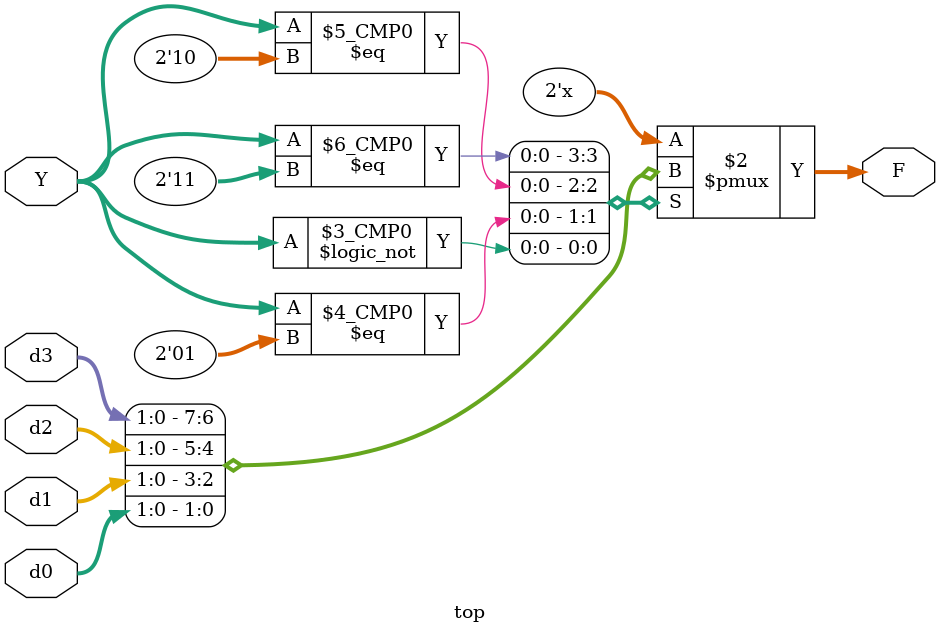
<source format=v>
module top(
    input       [1:0] d0,          	//输入: 四个2位二进制
    input  		[1:0] d1,
    input  		[1:0] d2,
    input  		[1:0] d3,
    input  		[1:0] Y,           	//输入: 控制
    
    output reg 	[1:0] F);      		//输出: 4选1

always @ (*) begin
    case(Y)
		3:  F=d3;
		2:  F=d2;
		1:  F=d1;
		0:  F=d0;
		default: F=d0;
    endcase
end
    
endmodule

</source>
